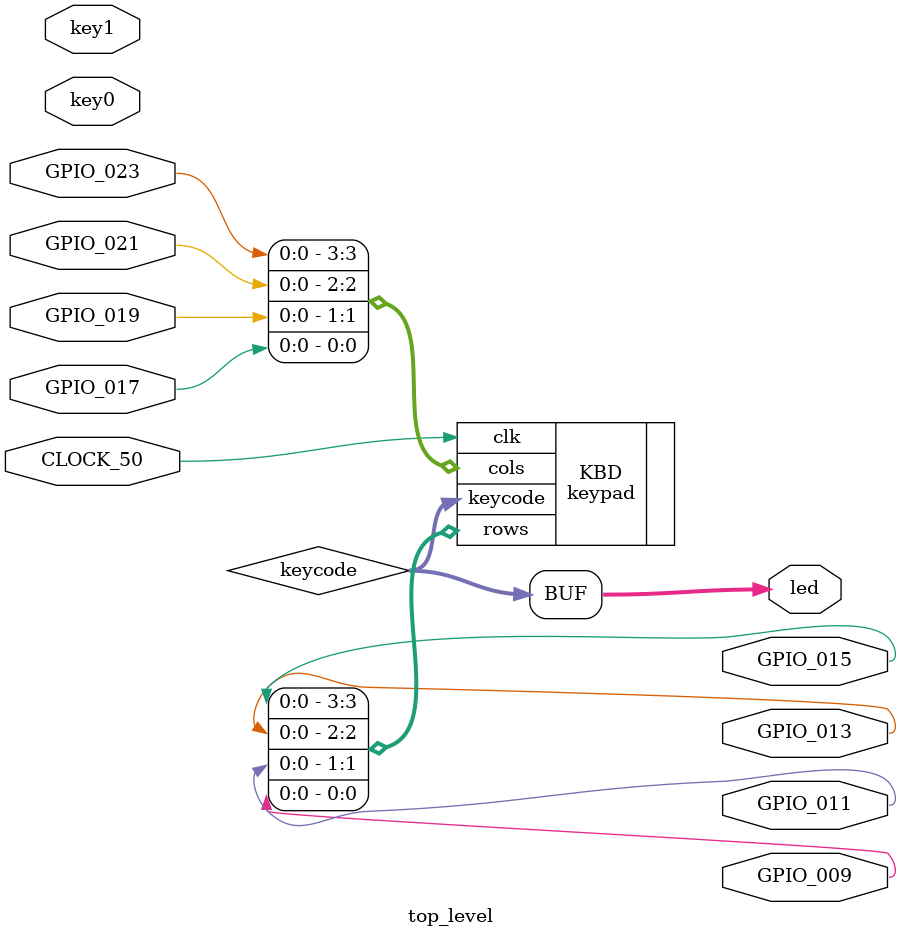
<source format=v>
`include "keypad.v"

module top_level(input wire CLOCK_50, input wire key0, key1, input wire GPIO_023, GPIO_021, GPIO_019, GPIO_017, output reg GPIO_015,GPIO_013,GPIO_011,GPIO_009, output wire [7:0] led);
    wire [7:0] keycode;

    keypad KBD(.clk(CLOCK_50), .cols({GPIO_023, GPIO_021, GPIO_019, GPIO_017}), .rows({GPIO_015,GPIO_013,GPIO_011,GPIO_009}), .keycode(keycode));

    assign led = keycode;
endmodule
</source>
